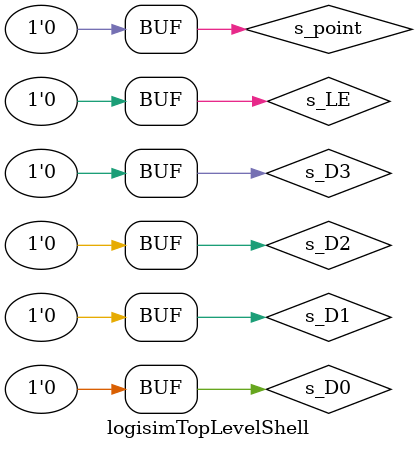
<source format=v>
/******************************************************************************
 ** Logisim-evolution goes FPGA automatic generated Verilog code             **
 ** https://github.com/logisim-evolution/                                    **
 **                                                                          **
 ** Component : logisimTopLevelShell                                         **
 **                                                                          **
 *****************************************************************************/

module logisimTopLevelShell(  );

   /*******************************************************************************
   ** The wires are defined here                                                 **
   *******************************************************************************/
   wire s_D0;
   wire s_D1;
   wire s_D2;
   wire s_D3;
   wire s_LE;
   wire s_a;
   wire s_b;
   wire s_c;
   wire s_d;
   wire s_e;
   wire s_f;
   wire s_g;
   wire s_p;
   wire s_point;

   /*******************************************************************************
   ** The module functionality is described here                                 **
   *******************************************************************************/

   /*******************************************************************************
   ** All signal adaptations are performed here                                  **
   *******************************************************************************/
   assign s_D0    = 1'b0;
   assign s_D1    = 1'b0;
   assign s_D2    = 1'b0;
   assign s_D3    = 1'b0;
   assign s_LE    = 1'b0;
   assign s_point = 1'b0;

   /*******************************************************************************
   ** The toplevel component is connected here                                   **
   *******************************************************************************/
   MyMC14495   CIRCUIT_0 (.D0(s_D0),
                          .D1(s_D1),
                          .D2(s_D2),
                          .D3(s_D3),
                          .LE(s_LE),
                          .a(s_a),
                          .b(s_b),
                          .c(s_c),
                          .d(s_d),
                          .e(s_e),
                          .f(s_f),
                          .g(s_g),
                          .p(s_p),
                          .point(s_point));
endmodule

</source>
